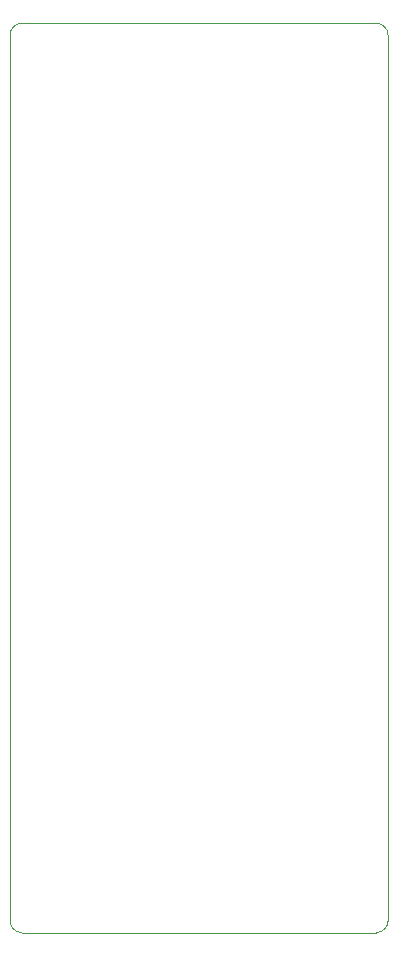
<source format=gbr>
%TF.GenerationSoftware,KiCad,Pcbnew,(6.0.11-0)*%
%TF.CreationDate,2023-05-17T23:02:26+12:00*%
%TF.ProjectId,controller-upper-cut,636f6e74-726f-46c6-9c65-722d75707065,3.2*%
%TF.SameCoordinates,PX1c9c380PY1312d00*%
%TF.FileFunction,Profile,NP*%
%FSLAX46Y46*%
G04 Gerber Fmt 4.6, Leading zero omitted, Abs format (unit mm)*
G04 Created by KiCad (PCBNEW (6.0.11-0)) date 2023-05-17 23:02:26*
%MOMM*%
%LPD*%
G01*
G04 APERTURE LIST*
%TA.AperFunction,Profile*%
%ADD10C,0.100000*%
%TD*%
G04 APERTURE END LIST*
D10*
X52014216Y-171992896D02*
X52014216Y-97000000D01*
X51014216Y-172992916D02*
G75*
G03*
X52014216Y-171992896I-16J1000016D01*
G01*
X20014216Y-97000000D02*
X20014216Y-171992896D01*
X21014216Y-96000016D02*
G75*
G03*
X20014216Y-97000000I-16J-999984D01*
G01*
X52014200Y-97000000D02*
G75*
G03*
X51014216Y-96000000I-1000000J0D01*
G01*
X21014216Y-172992896D02*
X51014216Y-172992896D01*
X20014204Y-171992896D02*
G75*
G03*
X21014216Y-172992896I999996J-4D01*
G01*
X51014216Y-96000000D02*
X21014216Y-96000000D01*
M02*

</source>
